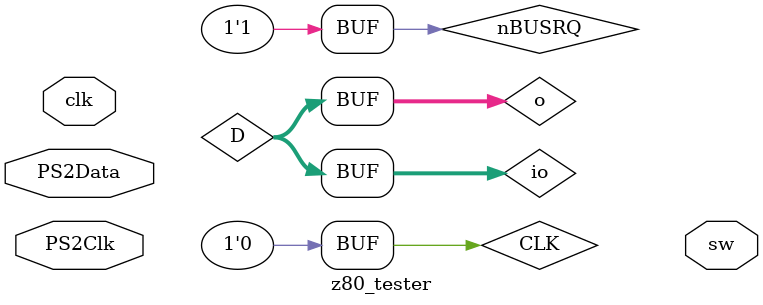
<source format=v>
`timescale 1ns / 1ps


module z80_tester(
    input clk,
    input         PS2Data,
    input         PS2Clk,
    output wire [7:0] sw
);


    reg nWAIT,nINT,nNMI,nRESET,nBUSRQ = 1'b1;
    
//    reg nWAIT,nINT,nNMI,nRESET,nBUSRQ;
    
    reg CLK = 0;
    
    wire nM1,nMREQ,nIORQ,nRD,nWR,nRFSH,nHALT,nBUSACK;
    wire [15:0] A;
    wire [7:0] D;
    wire [7:0] io;
    wire [7:0] o;
    wire [15:0] keycodev;
    wire map_address;
    wire map_value;
    wire RamWE;
    assign RamWE = nIORQ==1 && nRD==1 && nWR==0;
    
    z80_top_direct_n cpu(nM1,nMREQ,nIORQ,nRD,nWR, nRFSH,nHALT,nBUSACK,nWAIT,nINT,nNMI,nRESET,nBUSRQ,CLK,A,D);
    keyboard key(keycodev, clk, PS2Data, PS2Clk);
    memory mem(D,A, map_address, map_value,RamWE,CLK);
    memory_map mem_map(_,_,_,map_value,map_address, CLK);
    assign io = 1 ? D : 7'bz; // To drive the inout net
    assign o = io; // To read from inout net
    
    // // // TEST
//    initial
//    begin
//        #0;
//        nWAIT = 1;
//        nINT = 1;
//        nNMI = 1;
//        nRESET = 1;
//        nBUSRQ = 1;
//        #100;
//        nRESET = 1;
//        #150;
//        nRESET = 1;
//        #160;
//        nNMI = 1;
//        #200;
//        nNMI = 1;
//     end

//    always
//        #5 CLK = ~CLK; 
endmodule

</source>
